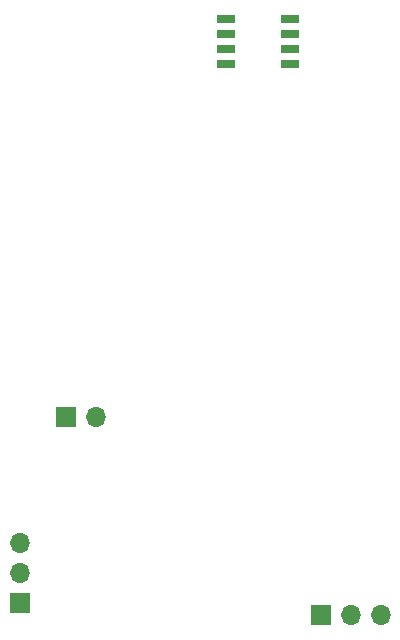
<source format=gbs>
G04 #@! TF.GenerationSoftware,KiCad,Pcbnew,6.0.10*
G04 #@! TF.CreationDate,2023-11-17T15:38:02-06:00*
G04 #@! TF.ProjectId,sensor_sigfox_3,73656e73-6f72-45f7-9369-67666f785f33,rev?*
G04 #@! TF.SameCoordinates,Original*
G04 #@! TF.FileFunction,Soldermask,Bot*
G04 #@! TF.FilePolarity,Negative*
%FSLAX46Y46*%
G04 Gerber Fmt 4.6, Leading zero omitted, Abs format (unit mm)*
G04 Created by KiCad (PCBNEW 6.0.10) date 2023-11-17 15:38:02*
%MOMM*%
%LPD*%
G01*
G04 APERTURE LIST*
%ADD10R,1.700000X1.700000*%
%ADD11O,1.700000X1.700000*%
%ADD12R,1.500000X0.650000*%
G04 APERTURE END LIST*
D10*
X129286000Y-104648000D03*
D11*
X131826000Y-104648000D03*
X134366000Y-104648000D03*
D10*
X103759000Y-103617000D03*
D11*
X103759000Y-101077000D03*
X103759000Y-98537000D03*
D10*
X107696000Y-87884000D03*
D11*
X110236000Y-87884000D03*
D12*
X121252000Y-58039000D03*
X121252000Y-56769000D03*
X121252000Y-55499000D03*
X121252000Y-54229000D03*
X126652000Y-54229000D03*
X126652000Y-55499000D03*
X126652000Y-56769000D03*
X126652000Y-58039000D03*
M02*

</source>
